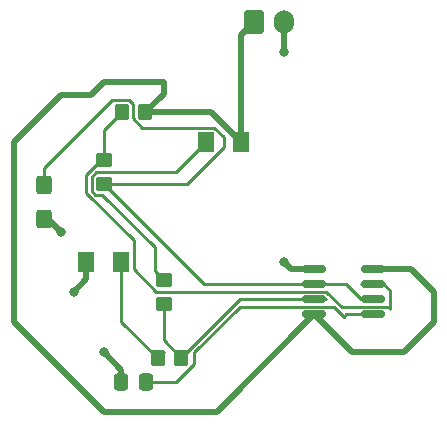
<source format=gbr>
%TF.GenerationSoftware,KiCad,Pcbnew,7.0.8*%
%TF.CreationDate,2023-10-19T22:14:58-07:00*%
%TF.ProjectId,Lab 2,4c616220-322e-46b6-9963-61645f706362,rev?*%
%TF.SameCoordinates,Original*%
%TF.FileFunction,Copper,L1,Top*%
%TF.FilePolarity,Positive*%
%FSLAX46Y46*%
G04 Gerber Fmt 4.6, Leading zero omitted, Abs format (unit mm)*
G04 Created by KiCad (PCBNEW 7.0.8) date 2023-10-19 22:14:58*
%MOMM*%
%LPD*%
G01*
G04 APERTURE LIST*
G04 Aperture macros list*
%AMRoundRect*
0 Rectangle with rounded corners*
0 $1 Rounding radius*
0 $2 $3 $4 $5 $6 $7 $8 $9 X,Y pos of 4 corners*
0 Add a 4 corners polygon primitive as box body*
4,1,4,$2,$3,$4,$5,$6,$7,$8,$9,$2,$3,0*
0 Add four circle primitives for the rounded corners*
1,1,$1+$1,$2,$3*
1,1,$1+$1,$4,$5*
1,1,$1+$1,$6,$7*
1,1,$1+$1,$8,$9*
0 Add four rect primitives between the rounded corners*
20,1,$1+$1,$2,$3,$4,$5,0*
20,1,$1+$1,$4,$5,$6,$7,0*
20,1,$1+$1,$6,$7,$8,$9,0*
20,1,$1+$1,$8,$9,$2,$3,0*%
G04 Aperture macros list end*
%TA.AperFunction,SMDPad,CuDef*%
%ADD10RoundRect,0.250000X0.350000X0.450000X-0.350000X0.450000X-0.350000X-0.450000X0.350000X-0.450000X0*%
%TD*%
%TA.AperFunction,SMDPad,CuDef*%
%ADD11RoundRect,0.250000X0.337500X0.475000X-0.337500X0.475000X-0.337500X-0.475000X0.337500X-0.475000X0*%
%TD*%
%TA.AperFunction,SMDPad,CuDef*%
%ADD12RoundRect,0.250000X-0.450000X0.350000X-0.450000X-0.350000X0.450000X-0.350000X0.450000X0.350000X0*%
%TD*%
%TA.AperFunction,SMDPad,CuDef*%
%ADD13RoundRect,0.250001X-0.462499X-0.624999X0.462499X-0.624999X0.462499X0.624999X-0.462499X0.624999X0*%
%TD*%
%TA.AperFunction,SMDPad,CuDef*%
%ADD14RoundRect,0.250000X-0.425000X0.537500X-0.425000X-0.537500X0.425000X-0.537500X0.425000X0.537500X0*%
%TD*%
%TA.AperFunction,SMDPad,CuDef*%
%ADD15RoundRect,0.150000X-0.825000X-0.150000X0.825000X-0.150000X0.825000X0.150000X-0.825000X0.150000X0*%
%TD*%
%TA.AperFunction,ComponentPad*%
%ADD16RoundRect,0.250000X-0.600000X-0.750000X0.600000X-0.750000X0.600000X0.750000X-0.600000X0.750000X0*%
%TD*%
%TA.AperFunction,ComponentPad*%
%ADD17O,1.700000X2.000000*%
%TD*%
%TA.AperFunction,ViaPad*%
%ADD18C,0.800000*%
%TD*%
%TA.AperFunction,Conductor*%
%ADD19C,0.250000*%
%TD*%
%TA.AperFunction,Conductor*%
%ADD20C,0.500000*%
%TD*%
G04 APERTURE END LIST*
D10*
%TO.P,R4,1*%
%TO.N,/pin_3*%
X87847500Y-102112500D03*
%TO.P,R4,2*%
%TO.N,Net-(D2-A)*%
X85847500Y-102112500D03*
%TD*%
D11*
%TO.P,C2,1*%
%TO.N,Net-(U1-CV)*%
X84857500Y-104140000D03*
%TO.P,C2,2*%
%TO.N,GND*%
X82782500Y-104140000D03*
%TD*%
D12*
%TO.P,R2,1*%
%TO.N,/pin_7*%
X81280000Y-85360000D03*
%TO.P,R2,2*%
%TO.N,/pin_2*%
X81280000Y-87360000D03*
%TD*%
D10*
%TO.P,R1,1*%
%TO.N,+9V*%
X84820000Y-81280000D03*
%TO.P,R1,2*%
%TO.N,/pin_7*%
X82820000Y-81280000D03*
%TD*%
D13*
%TO.P,D1,1,K*%
%TO.N,Net-(D1-K)*%
X89952500Y-83820000D03*
%TO.P,D1,2,A*%
%TO.N,+9V*%
X92927500Y-83820000D03*
%TD*%
%TO.P,D2,1,K*%
%TO.N,GND*%
X79792500Y-93980000D03*
%TO.P,D2,2,A*%
%TO.N,Net-(D2-A)*%
X82767500Y-93980000D03*
%TD*%
D14*
%TO.P,C1,1*%
%TO.N,/pin_2*%
X76200000Y-87462500D03*
%TO.P,C1,2*%
%TO.N,GND*%
X76200000Y-90337500D03*
%TD*%
D15*
%TO.P,U1,1,GND*%
%TO.N,GND*%
X99125000Y-94615000D03*
%TO.P,U1,2,TR*%
%TO.N,/pin_2*%
X99125000Y-95885000D03*
%TO.P,U1,3,Q*%
%TO.N,/pin_3*%
X99125000Y-97155000D03*
%TO.P,U1,4,R*%
%TO.N,+9V*%
X99125000Y-98425000D03*
%TO.P,U1,5,CV*%
%TO.N,Net-(U1-CV)*%
X104075000Y-98425000D03*
%TO.P,U1,6,THR*%
%TO.N,/pin_2*%
X104075000Y-97155000D03*
%TO.P,U1,7,DIS*%
%TO.N,/pin_7*%
X104075000Y-95885000D03*
%TO.P,U1,8,VCC*%
%TO.N,+9V*%
X104075000Y-94615000D03*
%TD*%
D12*
%TO.P,R3,1*%
%TO.N,Net-(D1-K)*%
X86360000Y-95520000D03*
%TO.P,R3,2*%
%TO.N,/pin_3*%
X86360000Y-97520000D03*
%TD*%
D16*
%TO.P,J1,1,Pin_1*%
%TO.N,+9V*%
X94020000Y-73660000D03*
D17*
%TO.P,J1,2,Pin_2*%
%TO.N,GND*%
X96520000Y-73660000D03*
%TD*%
D18*
%TO.N,GND*%
X78740000Y-96520000D03*
X81280000Y-101600000D03*
X77637500Y-91440000D03*
X96520000Y-93980000D03*
X96520000Y-76200000D03*
%TD*%
D19*
%TO.N,/pin_2*%
X76200000Y-86025000D02*
X81970000Y-80255000D01*
X76200000Y-87462500D02*
X76200000Y-86025000D01*
D20*
%TO.N,+9V*%
X90870000Y-106680000D02*
X99125000Y-98425000D01*
X81280000Y-106680000D02*
X90870000Y-106680000D01*
X73660000Y-83820000D02*
X73660000Y-99060000D01*
X80194326Y-79825674D02*
X77654326Y-79825674D01*
X81280000Y-78740000D02*
X80194326Y-79825674D01*
X73660000Y-99060000D02*
X81280000Y-106680000D01*
X86360000Y-79740000D02*
X86360000Y-78740000D01*
X86360000Y-78740000D02*
X81280000Y-78740000D01*
X84820000Y-81280000D02*
X86360000Y-79740000D01*
X77654326Y-79825674D02*
X73660000Y-83820000D01*
D19*
%TO.N,Net-(U1-CV)*%
X87433174Y-104140000D02*
X84857500Y-104140000D01*
X88948198Y-102624976D02*
X87433174Y-104140000D01*
D20*
%TO.N,+9V*%
X102300000Y-101600000D02*
X99125000Y-98425000D01*
X109220000Y-96520000D02*
X109220000Y-99060000D01*
X107315000Y-94615000D02*
X109220000Y-96520000D01*
X106680000Y-101600000D02*
X102300000Y-101600000D01*
X109220000Y-99060000D02*
X106680000Y-101600000D01*
X104075000Y-94615000D02*
X107315000Y-94615000D01*
%TO.N,GND*%
X96520000Y-73660000D02*
X96520000Y-76200000D01*
X97155000Y-94615000D02*
X96520000Y-93980000D01*
X99125000Y-94615000D02*
X97155000Y-94615000D01*
X82782500Y-103102500D02*
X81280000Y-101600000D01*
X82782500Y-104140000D02*
X82782500Y-103102500D01*
X79792500Y-93980000D02*
X79792500Y-95467500D01*
X79792500Y-95467500D02*
X78740000Y-96520000D01*
X76535000Y-90337500D02*
X77637500Y-91440000D01*
D19*
X76200000Y-90337500D02*
X76535000Y-90337500D01*
D20*
%TO.N,+9V*%
X92927500Y-83820000D02*
X92927500Y-74752500D01*
X92927500Y-74752500D02*
X94020000Y-73660000D01*
D19*
%TO.N,GND*%
X79792500Y-93980000D02*
X79342500Y-94430000D01*
X99888248Y-94615000D02*
X99125000Y-94615000D01*
X82332500Y-103690000D02*
X82782500Y-104140000D01*
%TO.N,/pin_2*%
X101830000Y-95885000D02*
X99125000Y-95885000D01*
X83745000Y-80591826D02*
X83408174Y-80255000D01*
X91440000Y-84233172D02*
X91440000Y-83406828D01*
X103100000Y-97155000D02*
X101830000Y-95885000D01*
X83745000Y-81818174D02*
X83745000Y-80591826D01*
X81280000Y-87360000D02*
X88313172Y-87360000D01*
X90653172Y-82620000D02*
X84546826Y-82620000D01*
X91440000Y-83406828D02*
X90653172Y-82620000D01*
X81177500Y-87462500D02*
X81280000Y-87360000D01*
X83408174Y-80255000D02*
X81970000Y-80255000D01*
X88313172Y-87360000D02*
X91440000Y-84233172D01*
X84546826Y-82620000D02*
X83745000Y-81818174D01*
X99125000Y-95885000D02*
X89805000Y-95885000D01*
X104075000Y-97155000D02*
X103100000Y-97155000D01*
X89805000Y-95885000D02*
X81280000Y-87360000D01*
%TO.N,/pin_3*%
X92805000Y-97155000D02*
X99125000Y-97155000D01*
X99125000Y-97155000D02*
X100138148Y-97155000D01*
X86360000Y-97520000D02*
X86360000Y-100625000D01*
X86360000Y-100625000D02*
X87847500Y-102112500D01*
X87847500Y-102112500D02*
X92805000Y-97155000D01*
X86616250Y-97776250D02*
X86360000Y-97520000D01*
D20*
%TO.N,+9V*%
X92927500Y-83820000D02*
X90387500Y-81280000D01*
X90387500Y-81280000D02*
X84820000Y-81280000D01*
D19*
%TO.N,Net-(U1-CV)*%
X101785000Y-98425000D02*
X101600000Y-98610000D01*
X92796396Y-97800000D02*
X88948198Y-101648198D01*
X101600000Y-98610000D02*
X100790000Y-97800000D01*
X88948198Y-101648198D02*
X88948198Y-102624976D01*
X104075000Y-98425000D02*
X101785000Y-98425000D01*
X100790000Y-97800000D02*
X92796396Y-97800000D01*
%TO.N,/pin_7*%
X105565178Y-96400178D02*
X105565178Y-97945178D01*
X79805000Y-86585430D02*
X81030430Y-85360000D01*
X79805000Y-88134570D02*
X79805000Y-86585430D01*
X81280000Y-85360000D02*
X81710000Y-84930000D01*
X85746826Y-96520000D02*
X83820000Y-94593174D01*
X105050000Y-95885000D02*
X105565178Y-96400178D01*
X81280000Y-85360000D02*
X81280000Y-82820000D01*
X105565178Y-97945178D02*
X105420000Y-97800000D01*
X103100000Y-95885000D02*
X104075000Y-95885000D01*
X100146396Y-96520000D02*
X85746826Y-96520000D01*
X83820000Y-94593174D02*
X83820000Y-92149570D01*
X81030430Y-85360000D02*
X81280000Y-85360000D01*
X83820000Y-92149570D02*
X79805000Y-88134570D01*
X81280000Y-82820000D02*
X82820000Y-81280000D01*
X104075000Y-95885000D02*
X105050000Y-95885000D01*
X105420000Y-97800000D02*
X101426396Y-97800000D01*
X101426396Y-97800000D02*
X100146396Y-96520000D01*
%TO.N,Net-(D1-K)*%
X80591826Y-88285000D02*
X80255000Y-87948174D01*
X86360000Y-95520000D02*
X85590000Y-94750000D01*
X80666826Y-86360000D02*
X87412500Y-86360000D01*
X81165000Y-88285000D02*
X80591826Y-88285000D01*
X85590000Y-92710000D02*
X81165000Y-88285000D01*
X87412500Y-86360000D02*
X89952500Y-83820000D01*
X80255000Y-86771826D02*
X80666826Y-86360000D01*
X80255000Y-87948174D02*
X80255000Y-86771826D01*
X85590000Y-94750000D02*
X85590000Y-92710000D01*
%TO.N,Net-(D2-A)*%
X82767500Y-93980000D02*
X82767500Y-99032500D01*
X86360000Y-101600000D02*
X85847500Y-102112500D01*
X82767500Y-99032500D02*
X85847500Y-102112500D01*
%TD*%
M02*

</source>
